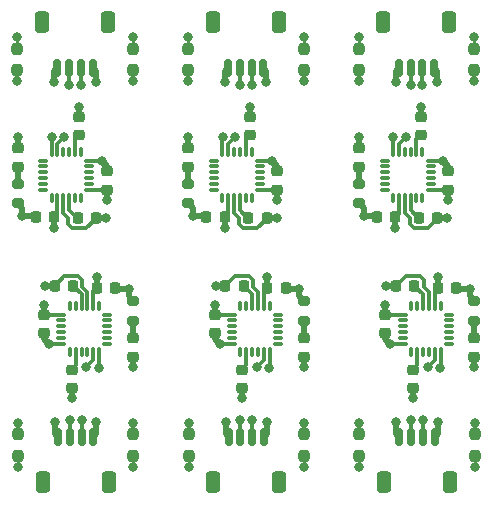
<source format=gbr>
%TF.GenerationSoftware,KiCad,Pcbnew,6.0.9-8da3e8f707~116~ubuntu20.04.1*%
%TF.CreationDate,2022-11-17T11:37:03+01:00*%
%TF.ProjectId,panel_sensor,70616e65-6c5f-4736-956e-736f722e6b69,rev?*%
%TF.SameCoordinates,Original*%
%TF.FileFunction,Copper,L1,Top*%
%TF.FilePolarity,Positive*%
%FSLAX46Y46*%
G04 Gerber Fmt 4.6, Leading zero omitted, Abs format (unit mm)*
G04 Created by KiCad (PCBNEW 6.0.9-8da3e8f707~116~ubuntu20.04.1) date 2022-11-17 11:37:03*
%MOMM*%
%LPD*%
G01*
G04 APERTURE LIST*
G04 Aperture macros list*
%AMRoundRect*
0 Rectangle with rounded corners*
0 $1 Rounding radius*
0 $2 $3 $4 $5 $6 $7 $8 $9 X,Y pos of 4 corners*
0 Add a 4 corners polygon primitive as box body*
4,1,4,$2,$3,$4,$5,$6,$7,$8,$9,$2,$3,0*
0 Add four circle primitives for the rounded corners*
1,1,$1+$1,$2,$3*
1,1,$1+$1,$4,$5*
1,1,$1+$1,$6,$7*
1,1,$1+$1,$8,$9*
0 Add four rect primitives between the rounded corners*
20,1,$1+$1,$2,$3,$4,$5,0*
20,1,$1+$1,$4,$5,$6,$7,0*
20,1,$1+$1,$6,$7,$8,$9,0*
20,1,$1+$1,$8,$9,$2,$3,0*%
G04 Aperture macros list end*
%TA.AperFunction,SMDPad,CuDef*%
%ADD10RoundRect,0.218750X0.256250X-0.218750X0.256250X0.218750X-0.256250X0.218750X-0.256250X-0.218750X0*%
%TD*%
%TA.AperFunction,SMDPad,CuDef*%
%ADD11RoundRect,0.237500X0.237500X-0.250000X0.237500X0.250000X-0.237500X0.250000X-0.237500X-0.250000X0*%
%TD*%
%TA.AperFunction,SMDPad,CuDef*%
%ADD12RoundRect,0.225000X0.225000X0.250000X-0.225000X0.250000X-0.225000X-0.250000X0.225000X-0.250000X0*%
%TD*%
%TA.AperFunction,SMDPad,CuDef*%
%ADD13RoundRect,0.218750X-0.256250X0.218750X-0.256250X-0.218750X0.256250X-0.218750X0.256250X0.218750X0*%
%TD*%
%TA.AperFunction,SMDPad,CuDef*%
%ADD14RoundRect,0.225000X-0.225000X-0.250000X0.225000X-0.250000X0.225000X0.250000X-0.225000X0.250000X0*%
%TD*%
%TA.AperFunction,SMDPad,CuDef*%
%ADD15RoundRect,0.237500X-0.237500X0.250000X-0.237500X-0.250000X0.237500X-0.250000X0.237500X0.250000X0*%
%TD*%
%TA.AperFunction,SMDPad,CuDef*%
%ADD16RoundRect,0.225000X-0.250000X0.225000X-0.250000X-0.225000X0.250000X-0.225000X0.250000X0.225000X0*%
%TD*%
%TA.AperFunction,SMDPad,CuDef*%
%ADD17RoundRect,0.075000X-0.350000X-0.075000X0.350000X-0.075000X0.350000X0.075000X-0.350000X0.075000X0*%
%TD*%
%TA.AperFunction,SMDPad,CuDef*%
%ADD18RoundRect,0.075000X0.075000X-0.350000X0.075000X0.350000X-0.075000X0.350000X-0.075000X-0.350000X0*%
%TD*%
%TA.AperFunction,SMDPad,CuDef*%
%ADD19RoundRect,0.150000X-0.150000X-0.625000X0.150000X-0.625000X0.150000X0.625000X-0.150000X0.625000X0*%
%TD*%
%TA.AperFunction,SMDPad,CuDef*%
%ADD20RoundRect,0.250000X-0.350000X-0.650000X0.350000X-0.650000X0.350000X0.650000X-0.350000X0.650000X0*%
%TD*%
%TA.AperFunction,SMDPad,CuDef*%
%ADD21RoundRect,0.150000X0.150000X0.625000X-0.150000X0.625000X-0.150000X-0.625000X0.150000X-0.625000X0*%
%TD*%
%TA.AperFunction,SMDPad,CuDef*%
%ADD22RoundRect,0.250000X0.350000X0.650000X-0.350000X0.650000X-0.350000X-0.650000X0.350000X-0.650000X0*%
%TD*%
%TA.AperFunction,SMDPad,CuDef*%
%ADD23RoundRect,0.200000X-0.275000X0.200000X-0.275000X-0.200000X0.275000X-0.200000X0.275000X0.200000X0*%
%TD*%
%TA.AperFunction,SMDPad,CuDef*%
%ADD24RoundRect,0.225000X0.250000X-0.225000X0.250000X0.225000X-0.250000X0.225000X-0.250000X-0.225000X0*%
%TD*%
%TA.AperFunction,SMDPad,CuDef*%
%ADD25RoundRect,0.200000X0.275000X-0.200000X0.275000X0.200000X-0.275000X0.200000X-0.275000X-0.200000X0*%
%TD*%
%TA.AperFunction,SMDPad,CuDef*%
%ADD26RoundRect,0.075000X0.350000X0.075000X-0.350000X0.075000X-0.350000X-0.075000X0.350000X-0.075000X0*%
%TD*%
%TA.AperFunction,SMDPad,CuDef*%
%ADD27RoundRect,0.075000X-0.075000X0.350000X-0.075000X-0.350000X0.075000X-0.350000X0.075000X0.350000X0*%
%TD*%
%TA.AperFunction,ViaPad*%
%ADD28C,0.800000*%
%TD*%
%TA.AperFunction,Conductor*%
%ADD29C,0.300000*%
%TD*%
%TA.AperFunction,Conductor*%
%ADD30C,0.250000*%
%TD*%
%TA.AperFunction,Conductor*%
%ADD31C,0.500000*%
%TD*%
G04 APERTURE END LIST*
D10*
%TO.P,D1,1,K*%
%TO.N,Board_1-Net-(D1-Pad1)*%
X38800000Y-28437500D03*
%TO.P,D1,2,A*%
%TO.N,Board_1-+3V3*%
X38800000Y-26862500D03*
%TD*%
D11*
%TO.P,R3,1*%
%TO.N,Board_4-+3V3*%
X38810000Y-52945000D03*
%TO.P,R3,2*%
%TO.N,Board_4-SCL*%
X38810000Y-51120000D03*
%TD*%
D12*
%TO.P,C4,1*%
%TO.N,Board_0-+3V3*%
X27411000Y-32710000D03*
%TO.P,C4,2*%
%TO.N,Board_0-GND*%
X25861000Y-32710000D03*
%TD*%
D13*
%TO.P,D1,1,K*%
%TO.N,Board_5-Net-(D1-Pad1)*%
X63000000Y-42962500D03*
%TO.P,D1,2,A*%
%TO.N,Board_5-+3V3*%
X63000000Y-44537500D03*
%TD*%
D14*
%TO.P,C4,1*%
%TO.N,Board_3-+3V3*%
X31039000Y-38690000D03*
%TO.P,C4,2*%
%TO.N,Board_3-GND*%
X32589000Y-38690000D03*
%TD*%
D15*
%TO.P,R3,1*%
%TO.N,Board_1-+3V3*%
X48540000Y-18455000D03*
%TO.P,R3,2*%
%TO.N,Board_1-SCL*%
X48540000Y-20280000D03*
%TD*%
D12*
%TO.P,C4,1*%
%TO.N,Board_2-+3V3*%
X56311000Y-32710000D03*
%TO.P,C4,2*%
%TO.N,Board_2-GND*%
X54761000Y-32710000D03*
%TD*%
%TO.P,C1,1*%
%TO.N,Board_3-Net-(C1-Pad1)*%
X29020000Y-38566000D03*
%TO.P,C1,2*%
%TO.N,Board_3-GND*%
X27470000Y-38566000D03*
%TD*%
D11*
%TO.P,R2,1*%
%TO.N,Board_3-+3V3*%
X34140000Y-52945000D03*
%TO.P,R2,2*%
%TO.N,Board_3-SDA*%
X34140000Y-51120000D03*
%TD*%
D16*
%TO.P,C3,1*%
%TO.N,Board_4-Net-(C3-Pad1)*%
X43350000Y-45625000D03*
%TO.P,C3,2*%
%TO.N,Board_4-GND*%
X43350000Y-47175000D03*
%TD*%
D17*
%TO.P,U1,1,CLKIN*%
%TO.N,Board_1-unconnected-(U1-Pad1)*%
X40956000Y-27930000D03*
%TO.P,U1,2*%
%TO.N,N/C*%
X40956000Y-28430000D03*
%TO.P,U1,3*%
X40956000Y-28930000D03*
%TO.P,U1,4*%
X40956000Y-29430000D03*
%TO.P,U1,5*%
X40956000Y-29930000D03*
%TO.P,U1,6,AUX_SDA*%
%TO.N,Board_1-unconnected-(U1-Pad6)*%
X40956000Y-30430000D03*
D18*
%TO.P,U1,7,AUX_SCL*%
%TO.N,Board_1-unconnected-(U1-Pad7)*%
X41656000Y-31130000D03*
%TO.P,U1,8,VDDIO*%
%TO.N,Board_1-+3V3*%
X42156000Y-31130000D03*
%TO.P,U1,9,AD0*%
%TO.N,Board_1-GND*%
X42656000Y-31130000D03*
%TO.P,U1,10,REGOUT*%
%TO.N,Board_1-Net-(C1-Pad1)*%
X43156000Y-31130000D03*
%TO.P,U1,11,FSYNC*%
%TO.N,Board_1-unconnected-(U1-Pad11)*%
X43656000Y-31130000D03*
%TO.P,U1,12,INT*%
%TO.N,Board_1-unconnected-(U1-Pad12)*%
X44156000Y-31130000D03*
D17*
%TO.P,U1,13,VDD*%
%TO.N,Board_1-+3V3*%
X44856000Y-30430000D03*
%TO.P,U1,14*%
%TO.N,N/C*%
X44856000Y-29930000D03*
%TO.P,U1,15*%
X44856000Y-29430000D03*
%TO.P,U1,16*%
X44856000Y-28930000D03*
%TO.P,U1,17*%
X44856000Y-28430000D03*
%TO.P,U1,18,GND*%
%TO.N,Board_1-GND*%
X44856000Y-27930000D03*
D18*
%TO.P,U1,19*%
%TO.N,N/C*%
X44156000Y-27230000D03*
%TO.P,U1,20,CPOUT*%
%TO.N,Board_1-Net-(C3-Pad1)*%
X43656000Y-27230000D03*
%TO.P,U1,21*%
%TO.N,N/C*%
X43156000Y-27230000D03*
%TO.P,U1,22*%
X42656000Y-27230000D03*
%TO.P,U1,23,SCL*%
%TO.N,Board_1-SCL*%
X42156000Y-27230000D03*
%TO.P,U1,24,SDA*%
%TO.N,Board_1-SDA*%
X41656000Y-27230000D03*
%TD*%
D17*
%TO.P,U1,1,CLKIN*%
%TO.N,Board_2-unconnected-(U1-Pad1)*%
X55406000Y-27930000D03*
%TO.P,U1,2*%
%TO.N,N/C*%
X55406000Y-28430000D03*
%TO.P,U1,3*%
X55406000Y-28930000D03*
%TO.P,U1,4*%
X55406000Y-29430000D03*
%TO.P,U1,5*%
X55406000Y-29930000D03*
%TO.P,U1,6,AUX_SDA*%
%TO.N,Board_2-unconnected-(U1-Pad6)*%
X55406000Y-30430000D03*
D18*
%TO.P,U1,7,AUX_SCL*%
%TO.N,Board_2-unconnected-(U1-Pad7)*%
X56106000Y-31130000D03*
%TO.P,U1,8,VDDIO*%
%TO.N,Board_2-+3V3*%
X56606000Y-31130000D03*
%TO.P,U1,9,AD0*%
%TO.N,Board_2-GND*%
X57106000Y-31130000D03*
%TO.P,U1,10,REGOUT*%
%TO.N,Board_2-Net-(C1-Pad1)*%
X57606000Y-31130000D03*
%TO.P,U1,11,FSYNC*%
%TO.N,Board_2-unconnected-(U1-Pad11)*%
X58106000Y-31130000D03*
%TO.P,U1,12,INT*%
%TO.N,Board_2-unconnected-(U1-Pad12)*%
X58606000Y-31130000D03*
D17*
%TO.P,U1,13,VDD*%
%TO.N,Board_2-+3V3*%
X59306000Y-30430000D03*
%TO.P,U1,14*%
%TO.N,N/C*%
X59306000Y-29930000D03*
%TO.P,U1,15*%
X59306000Y-29430000D03*
%TO.P,U1,16*%
X59306000Y-28930000D03*
%TO.P,U1,17*%
X59306000Y-28430000D03*
%TO.P,U1,18,GND*%
%TO.N,Board_2-GND*%
X59306000Y-27930000D03*
D18*
%TO.P,U1,19*%
%TO.N,N/C*%
X58606000Y-27230000D03*
%TO.P,U1,20,CPOUT*%
%TO.N,Board_2-Net-(C3-Pad1)*%
X58106000Y-27230000D03*
%TO.P,U1,21*%
%TO.N,N/C*%
X57606000Y-27230000D03*
%TO.P,U1,22*%
X57106000Y-27230000D03*
%TO.P,U1,23,SCL*%
%TO.N,Board_2-SCL*%
X56606000Y-27230000D03*
%TO.P,U1,24,SDA*%
%TO.N,Board_2-SDA*%
X56106000Y-27230000D03*
%TD*%
D11*
%TO.P,R2,1*%
%TO.N,Board_5-+3V3*%
X63040000Y-52945000D03*
%TO.P,R2,2*%
%TO.N,Board_5-SDA*%
X63040000Y-51120000D03*
%TD*%
D19*
%TO.P,J1,1,1*%
%TO.N,Board_5-GND*%
X56650000Y-51300000D03*
%TO.P,J1,2,2*%
%TO.N,Board_5-SCL*%
X57650000Y-51300000D03*
%TO.P,J1,3,3*%
%TO.N,Board_5-SDA*%
X58650000Y-51300000D03*
%TO.P,J1,4,4*%
%TO.N,Board_5-+3V3*%
X59650000Y-51300000D03*
D20*
%TO.P,J1,MP*%
%TO.N,N/C*%
X55350000Y-55175000D03*
X60950000Y-55175000D03*
%TD*%
D21*
%TO.P,J1,1,1*%
%TO.N,Board_2-GND*%
X59600000Y-20100000D03*
%TO.P,J1,2,2*%
%TO.N,Board_2-SCL*%
X58600000Y-20100000D03*
%TO.P,J1,3,3*%
%TO.N,Board_2-SDA*%
X57600000Y-20100000D03*
%TO.P,J1,4,4*%
%TO.N,Board_2-+3V3*%
X56600000Y-20100000D03*
D22*
%TO.P,J1,MP*%
%TO.N,N/C*%
X60900000Y-16225000D03*
X55300000Y-16225000D03*
%TD*%
D16*
%TO.P,C2,1*%
%TO.N,Board_3-+3V3*%
X26575000Y-41000000D03*
%TO.P,C2,2*%
%TO.N,Board_3-GND*%
X26575000Y-42550000D03*
%TD*%
D23*
%TO.P,R1,1*%
%TO.N,Board_5-GND*%
X63000000Y-39850000D03*
%TO.P,R1,2*%
%TO.N,Board_5-Net-(D1-Pad1)*%
X63000000Y-41500000D03*
%TD*%
D19*
%TO.P,J1,1,1*%
%TO.N,Board_4-GND*%
X42200000Y-51300000D03*
%TO.P,J1,2,2*%
%TO.N,Board_4-SCL*%
X43200000Y-51300000D03*
%TO.P,J1,3,3*%
%TO.N,Board_4-SDA*%
X44200000Y-51300000D03*
%TO.P,J1,4,4*%
%TO.N,Board_4-+3V3*%
X45200000Y-51300000D03*
D20*
%TO.P,J1,MP*%
%TO.N,N/C*%
X40900000Y-55175000D03*
X46500000Y-55175000D03*
%TD*%
D19*
%TO.P,J1,1,1*%
%TO.N,Board_3-GND*%
X27750000Y-51300000D03*
%TO.P,J1,2,2*%
%TO.N,Board_3-SCL*%
X28750000Y-51300000D03*
%TO.P,J1,3,3*%
%TO.N,Board_3-SDA*%
X29750000Y-51300000D03*
%TO.P,J1,4,4*%
%TO.N,Board_3-+3V3*%
X30750000Y-51300000D03*
D20*
%TO.P,J1,MP*%
%TO.N,N/C*%
X32050000Y-55175000D03*
X26450000Y-55175000D03*
%TD*%
D17*
%TO.P,U1,1,CLKIN*%
%TO.N,Board_0-unconnected-(U1-Pad1)*%
X26506000Y-27930000D03*
%TO.P,U1,2*%
%TO.N,N/C*%
X26506000Y-28430000D03*
%TO.P,U1,3*%
X26506000Y-28930000D03*
%TO.P,U1,4*%
X26506000Y-29430000D03*
%TO.P,U1,5*%
X26506000Y-29930000D03*
%TO.P,U1,6,AUX_SDA*%
%TO.N,Board_0-unconnected-(U1-Pad6)*%
X26506000Y-30430000D03*
D18*
%TO.P,U1,7,AUX_SCL*%
%TO.N,Board_0-unconnected-(U1-Pad7)*%
X27206000Y-31130000D03*
%TO.P,U1,8,VDDIO*%
%TO.N,Board_0-+3V3*%
X27706000Y-31130000D03*
%TO.P,U1,9,AD0*%
%TO.N,Board_0-GND*%
X28206000Y-31130000D03*
%TO.P,U1,10,REGOUT*%
%TO.N,Board_0-Net-(C1-Pad1)*%
X28706000Y-31130000D03*
%TO.P,U1,11,FSYNC*%
%TO.N,Board_0-unconnected-(U1-Pad11)*%
X29206000Y-31130000D03*
%TO.P,U1,12,INT*%
%TO.N,Board_0-unconnected-(U1-Pad12)*%
X29706000Y-31130000D03*
D17*
%TO.P,U1,13,VDD*%
%TO.N,Board_0-+3V3*%
X30406000Y-30430000D03*
%TO.P,U1,14*%
%TO.N,N/C*%
X30406000Y-29930000D03*
%TO.P,U1,15*%
X30406000Y-29430000D03*
%TO.P,U1,16*%
X30406000Y-28930000D03*
%TO.P,U1,17*%
X30406000Y-28430000D03*
%TO.P,U1,18,GND*%
%TO.N,Board_0-GND*%
X30406000Y-27930000D03*
D18*
%TO.P,U1,19*%
%TO.N,N/C*%
X29706000Y-27230000D03*
%TO.P,U1,20,CPOUT*%
%TO.N,Board_0-Net-(C3-Pad1)*%
X29206000Y-27230000D03*
%TO.P,U1,21*%
%TO.N,N/C*%
X28706000Y-27230000D03*
%TO.P,U1,22*%
X28206000Y-27230000D03*
%TO.P,U1,23,SCL*%
%TO.N,Board_0-SCL*%
X27706000Y-27230000D03*
%TO.P,U1,24,SDA*%
%TO.N,Board_0-SDA*%
X27206000Y-27230000D03*
%TD*%
D23*
%TO.P,R1,1*%
%TO.N,Board_3-GND*%
X34100000Y-39850000D03*
%TO.P,R1,2*%
%TO.N,Board_3-Net-(D1-Pad1)*%
X34100000Y-41500000D03*
%TD*%
D15*
%TO.P,R3,1*%
%TO.N,Board_0-+3V3*%
X34090000Y-18455000D03*
%TO.P,R3,2*%
%TO.N,Board_0-SCL*%
X34090000Y-20280000D03*
%TD*%
D24*
%TO.P,C2,1*%
%TO.N,Board_1-+3V3*%
X46325000Y-30400000D03*
%TO.P,C2,2*%
%TO.N,Board_1-GND*%
X46325000Y-28850000D03*
%TD*%
D15*
%TO.P,R2,1*%
%TO.N,Board_0-+3V3*%
X24310000Y-18455000D03*
%TO.P,R2,2*%
%TO.N,Board_0-SDA*%
X24310000Y-20280000D03*
%TD*%
D24*
%TO.P,C3,1*%
%TO.N,Board_2-Net-(C3-Pad1)*%
X58450000Y-25775000D03*
%TO.P,C3,2*%
%TO.N,Board_2-GND*%
X58450000Y-24225000D03*
%TD*%
D25*
%TO.P,R1,1*%
%TO.N,Board_1-GND*%
X38800000Y-31550000D03*
%TO.P,R1,2*%
%TO.N,Board_1-Net-(D1-Pad1)*%
X38800000Y-29900000D03*
%TD*%
D26*
%TO.P,U1,1,CLKIN*%
%TO.N,Board_4-unconnected-(U1-Pad1)*%
X46394000Y-43470000D03*
%TO.P,U1,2*%
%TO.N,N/C*%
X46394000Y-42970000D03*
%TO.P,U1,3*%
X46394000Y-42470000D03*
%TO.P,U1,4*%
X46394000Y-41970000D03*
%TO.P,U1,5*%
X46394000Y-41470000D03*
%TO.P,U1,6,AUX_SDA*%
%TO.N,Board_4-unconnected-(U1-Pad6)*%
X46394000Y-40970000D03*
D27*
%TO.P,U1,7,AUX_SCL*%
%TO.N,Board_4-unconnected-(U1-Pad7)*%
X45694000Y-40270000D03*
%TO.P,U1,8,VDDIO*%
%TO.N,Board_4-+3V3*%
X45194000Y-40270000D03*
%TO.P,U1,9,AD0*%
%TO.N,Board_4-GND*%
X44694000Y-40270000D03*
%TO.P,U1,10,REGOUT*%
%TO.N,Board_4-Net-(C1-Pad1)*%
X44194000Y-40270000D03*
%TO.P,U1,11,FSYNC*%
%TO.N,Board_4-unconnected-(U1-Pad11)*%
X43694000Y-40270000D03*
%TO.P,U1,12,INT*%
%TO.N,Board_4-unconnected-(U1-Pad12)*%
X43194000Y-40270000D03*
D26*
%TO.P,U1,13,VDD*%
%TO.N,Board_4-+3V3*%
X42494000Y-40970000D03*
%TO.P,U1,14*%
%TO.N,N/C*%
X42494000Y-41470000D03*
%TO.P,U1,15*%
X42494000Y-41970000D03*
%TO.P,U1,16*%
X42494000Y-42470000D03*
%TO.P,U1,17*%
X42494000Y-42970000D03*
%TO.P,U1,18,GND*%
%TO.N,Board_4-GND*%
X42494000Y-43470000D03*
D27*
%TO.P,U1,19*%
%TO.N,N/C*%
X43194000Y-44170000D03*
%TO.P,U1,20,CPOUT*%
%TO.N,Board_4-Net-(C3-Pad1)*%
X43694000Y-44170000D03*
%TO.P,U1,21*%
%TO.N,N/C*%
X44194000Y-44170000D03*
%TO.P,U1,22*%
X44694000Y-44170000D03*
%TO.P,U1,23,SCL*%
%TO.N,Board_4-SCL*%
X45194000Y-44170000D03*
%TO.P,U1,24,SDA*%
%TO.N,Board_4-SDA*%
X45694000Y-44170000D03*
%TD*%
D11*
%TO.P,R3,1*%
%TO.N,Board_5-+3V3*%
X53260000Y-52945000D03*
%TO.P,R3,2*%
%TO.N,Board_5-SCL*%
X53260000Y-51120000D03*
%TD*%
D12*
%TO.P,C1,1*%
%TO.N,Board_4-Net-(C1-Pad1)*%
X43470000Y-38566000D03*
%TO.P,C1,2*%
%TO.N,Board_4-GND*%
X41920000Y-38566000D03*
%TD*%
D15*
%TO.P,R2,1*%
%TO.N,Board_1-+3V3*%
X38760000Y-18455000D03*
%TO.P,R2,2*%
%TO.N,Board_1-SDA*%
X38760000Y-20280000D03*
%TD*%
D14*
%TO.P,C4,1*%
%TO.N,Board_4-+3V3*%
X45489000Y-38690000D03*
%TO.P,C4,2*%
%TO.N,Board_4-GND*%
X47039000Y-38690000D03*
%TD*%
D16*
%TO.P,C3,1*%
%TO.N,Board_5-Net-(C3-Pad1)*%
X57800000Y-45625000D03*
%TO.P,C3,2*%
%TO.N,Board_5-GND*%
X57800000Y-47175000D03*
%TD*%
D15*
%TO.P,R2,1*%
%TO.N,Board_2-+3V3*%
X53210000Y-18455000D03*
%TO.P,R2,2*%
%TO.N,Board_2-SDA*%
X53210000Y-20280000D03*
%TD*%
D12*
%TO.P,C1,1*%
%TO.N,Board_5-Net-(C1-Pad1)*%
X57920000Y-38566000D03*
%TO.P,C1,2*%
%TO.N,Board_5-GND*%
X56370000Y-38566000D03*
%TD*%
D13*
%TO.P,D1,1,K*%
%TO.N,Board_4-Net-(D1-Pad1)*%
X48550000Y-42962500D03*
%TO.P,D1,2,A*%
%TO.N,Board_4-+3V3*%
X48550000Y-44537500D03*
%TD*%
D23*
%TO.P,R1,1*%
%TO.N,Board_4-GND*%
X48550000Y-39850000D03*
%TO.P,R1,2*%
%TO.N,Board_4-Net-(D1-Pad1)*%
X48550000Y-41500000D03*
%TD*%
D13*
%TO.P,D1,1,K*%
%TO.N,Board_3-Net-(D1-Pad1)*%
X34100000Y-42962500D03*
%TO.P,D1,2,A*%
%TO.N,Board_3-+3V3*%
X34100000Y-44537500D03*
%TD*%
D25*
%TO.P,R1,1*%
%TO.N,Board_2-GND*%
X53250000Y-31550000D03*
%TO.P,R1,2*%
%TO.N,Board_2-Net-(D1-Pad1)*%
X53250000Y-29900000D03*
%TD*%
D16*
%TO.P,C3,1*%
%TO.N,Board_3-Net-(C3-Pad1)*%
X28900000Y-45625000D03*
%TO.P,C3,2*%
%TO.N,Board_3-GND*%
X28900000Y-47175000D03*
%TD*%
%TO.P,C2,1*%
%TO.N,Board_5-+3V3*%
X55475000Y-41000000D03*
%TO.P,C2,2*%
%TO.N,Board_5-GND*%
X55475000Y-42550000D03*
%TD*%
D21*
%TO.P,J1,1,1*%
%TO.N,Board_1-GND*%
X45150000Y-20100000D03*
%TO.P,J1,2,2*%
%TO.N,Board_1-SCL*%
X44150000Y-20100000D03*
%TO.P,J1,3,3*%
%TO.N,Board_1-SDA*%
X43150000Y-20100000D03*
%TO.P,J1,4,4*%
%TO.N,Board_1-+3V3*%
X42150000Y-20100000D03*
D22*
%TO.P,J1,MP*%
%TO.N,N/C*%
X40850000Y-16225000D03*
X46450000Y-16225000D03*
%TD*%
D16*
%TO.P,C2,1*%
%TO.N,Board_4-+3V3*%
X41025000Y-41000000D03*
%TO.P,C2,2*%
%TO.N,Board_4-GND*%
X41025000Y-42550000D03*
%TD*%
D25*
%TO.P,R1,1*%
%TO.N,Board_0-GND*%
X24350000Y-31550000D03*
%TO.P,R1,2*%
%TO.N,Board_0-Net-(D1-Pad1)*%
X24350000Y-29900000D03*
%TD*%
D14*
%TO.P,C1,1*%
%TO.N,Board_1-Net-(C1-Pad1)*%
X43880000Y-32834000D03*
%TO.P,C1,2*%
%TO.N,Board_1-GND*%
X45430000Y-32834000D03*
%TD*%
D15*
%TO.P,R3,1*%
%TO.N,Board_2-+3V3*%
X62990000Y-18455000D03*
%TO.P,R3,2*%
%TO.N,Board_2-SCL*%
X62990000Y-20280000D03*
%TD*%
D14*
%TO.P,C1,1*%
%TO.N,Board_0-Net-(C1-Pad1)*%
X29430000Y-32834000D03*
%TO.P,C1,2*%
%TO.N,Board_0-GND*%
X30980000Y-32834000D03*
%TD*%
D24*
%TO.P,C2,1*%
%TO.N,Board_0-+3V3*%
X31875000Y-30400000D03*
%TO.P,C2,2*%
%TO.N,Board_0-GND*%
X31875000Y-28850000D03*
%TD*%
%TO.P,C2,1*%
%TO.N,Board_2-+3V3*%
X60775000Y-30400000D03*
%TO.P,C2,2*%
%TO.N,Board_2-GND*%
X60775000Y-28850000D03*
%TD*%
D11*
%TO.P,R3,1*%
%TO.N,Board_3-+3V3*%
X24360000Y-52945000D03*
%TO.P,R3,2*%
%TO.N,Board_3-SCL*%
X24360000Y-51120000D03*
%TD*%
D12*
%TO.P,C4,1*%
%TO.N,Board_1-+3V3*%
X41861000Y-32710000D03*
%TO.P,C4,2*%
%TO.N,Board_1-GND*%
X40311000Y-32710000D03*
%TD*%
D10*
%TO.P,D1,1,K*%
%TO.N,Board_0-Net-(D1-Pad1)*%
X24350000Y-28437500D03*
%TO.P,D1,2,A*%
%TO.N,Board_0-+3V3*%
X24350000Y-26862500D03*
%TD*%
D24*
%TO.P,C3,1*%
%TO.N,Board_1-Net-(C3-Pad1)*%
X44000000Y-25775000D03*
%TO.P,C3,2*%
%TO.N,Board_1-GND*%
X44000000Y-24225000D03*
%TD*%
D26*
%TO.P,U1,1,CLKIN*%
%TO.N,Board_3-unconnected-(U1-Pad1)*%
X31944000Y-43470000D03*
%TO.P,U1,2*%
%TO.N,N/C*%
X31944000Y-42970000D03*
%TO.P,U1,3*%
X31944000Y-42470000D03*
%TO.P,U1,4*%
X31944000Y-41970000D03*
%TO.P,U1,5*%
X31944000Y-41470000D03*
%TO.P,U1,6,AUX_SDA*%
%TO.N,Board_3-unconnected-(U1-Pad6)*%
X31944000Y-40970000D03*
D27*
%TO.P,U1,7,AUX_SCL*%
%TO.N,Board_3-unconnected-(U1-Pad7)*%
X31244000Y-40270000D03*
%TO.P,U1,8,VDDIO*%
%TO.N,Board_3-+3V3*%
X30744000Y-40270000D03*
%TO.P,U1,9,AD0*%
%TO.N,Board_3-GND*%
X30244000Y-40270000D03*
%TO.P,U1,10,REGOUT*%
%TO.N,Board_3-Net-(C1-Pad1)*%
X29744000Y-40270000D03*
%TO.P,U1,11,FSYNC*%
%TO.N,Board_3-unconnected-(U1-Pad11)*%
X29244000Y-40270000D03*
%TO.P,U1,12,INT*%
%TO.N,Board_3-unconnected-(U1-Pad12)*%
X28744000Y-40270000D03*
D26*
%TO.P,U1,13,VDD*%
%TO.N,Board_3-+3V3*%
X28044000Y-40970000D03*
%TO.P,U1,14*%
%TO.N,N/C*%
X28044000Y-41470000D03*
%TO.P,U1,15*%
X28044000Y-41970000D03*
%TO.P,U1,16*%
X28044000Y-42470000D03*
%TO.P,U1,17*%
X28044000Y-42970000D03*
%TO.P,U1,18,GND*%
%TO.N,Board_3-GND*%
X28044000Y-43470000D03*
D27*
%TO.P,U1,19*%
%TO.N,N/C*%
X28744000Y-44170000D03*
%TO.P,U1,20,CPOUT*%
%TO.N,Board_3-Net-(C3-Pad1)*%
X29244000Y-44170000D03*
%TO.P,U1,21*%
%TO.N,N/C*%
X29744000Y-44170000D03*
%TO.P,U1,22*%
X30244000Y-44170000D03*
%TO.P,U1,23,SCL*%
%TO.N,Board_3-SCL*%
X30744000Y-44170000D03*
%TO.P,U1,24,SDA*%
%TO.N,Board_3-SDA*%
X31244000Y-44170000D03*
%TD*%
D26*
%TO.P,U1,1,CLKIN*%
%TO.N,Board_5-unconnected-(U1-Pad1)*%
X60844000Y-43470000D03*
%TO.P,U1,2*%
%TO.N,N/C*%
X60844000Y-42970000D03*
%TO.P,U1,3*%
X60844000Y-42470000D03*
%TO.P,U1,4*%
X60844000Y-41970000D03*
%TO.P,U1,5*%
X60844000Y-41470000D03*
%TO.P,U1,6,AUX_SDA*%
%TO.N,Board_5-unconnected-(U1-Pad6)*%
X60844000Y-40970000D03*
D27*
%TO.P,U1,7,AUX_SCL*%
%TO.N,Board_5-unconnected-(U1-Pad7)*%
X60144000Y-40270000D03*
%TO.P,U1,8,VDDIO*%
%TO.N,Board_5-+3V3*%
X59644000Y-40270000D03*
%TO.P,U1,9,AD0*%
%TO.N,Board_5-GND*%
X59144000Y-40270000D03*
%TO.P,U1,10,REGOUT*%
%TO.N,Board_5-Net-(C1-Pad1)*%
X58644000Y-40270000D03*
%TO.P,U1,11,FSYNC*%
%TO.N,Board_5-unconnected-(U1-Pad11)*%
X58144000Y-40270000D03*
%TO.P,U1,12,INT*%
%TO.N,Board_5-unconnected-(U1-Pad12)*%
X57644000Y-40270000D03*
D26*
%TO.P,U1,13,VDD*%
%TO.N,Board_5-+3V3*%
X56944000Y-40970000D03*
%TO.P,U1,14*%
%TO.N,N/C*%
X56944000Y-41470000D03*
%TO.P,U1,15*%
X56944000Y-41970000D03*
%TO.P,U1,16*%
X56944000Y-42470000D03*
%TO.P,U1,17*%
X56944000Y-42970000D03*
%TO.P,U1,18,GND*%
%TO.N,Board_5-GND*%
X56944000Y-43470000D03*
D27*
%TO.P,U1,19*%
%TO.N,N/C*%
X57644000Y-44170000D03*
%TO.P,U1,20,CPOUT*%
%TO.N,Board_5-Net-(C3-Pad1)*%
X58144000Y-44170000D03*
%TO.P,U1,21*%
%TO.N,N/C*%
X58644000Y-44170000D03*
%TO.P,U1,22*%
X59144000Y-44170000D03*
%TO.P,U1,23,SCL*%
%TO.N,Board_5-SCL*%
X59644000Y-44170000D03*
%TO.P,U1,24,SDA*%
%TO.N,Board_5-SDA*%
X60144000Y-44170000D03*
%TD*%
D10*
%TO.P,D1,1,K*%
%TO.N,Board_2-Net-(D1-Pad1)*%
X53250000Y-28437500D03*
%TO.P,D1,2,A*%
%TO.N,Board_2-+3V3*%
X53250000Y-26862500D03*
%TD*%
D14*
%TO.P,C1,1*%
%TO.N,Board_2-Net-(C1-Pad1)*%
X58330000Y-32834000D03*
%TO.P,C1,2*%
%TO.N,Board_2-GND*%
X59880000Y-32834000D03*
%TD*%
D11*
%TO.P,R2,1*%
%TO.N,Board_4-+3V3*%
X48590000Y-52945000D03*
%TO.P,R2,2*%
%TO.N,Board_4-SDA*%
X48590000Y-51120000D03*
%TD*%
D14*
%TO.P,C4,1*%
%TO.N,Board_5-+3V3*%
X59939000Y-38690000D03*
%TO.P,C4,2*%
%TO.N,Board_5-GND*%
X61489000Y-38690000D03*
%TD*%
D24*
%TO.P,C3,1*%
%TO.N,Board_0-Net-(C3-Pad1)*%
X29550000Y-25775000D03*
%TO.P,C3,2*%
%TO.N,Board_0-GND*%
X29550000Y-24225000D03*
%TD*%
D21*
%TO.P,J1,1,1*%
%TO.N,Board_0-GND*%
X30700000Y-20100000D03*
%TO.P,J1,2,2*%
%TO.N,Board_0-SCL*%
X29700000Y-20100000D03*
%TO.P,J1,3,3*%
%TO.N,Board_0-SDA*%
X28700000Y-20100000D03*
%TO.P,J1,4,4*%
%TO.N,Board_0-+3V3*%
X27700000Y-20100000D03*
D22*
%TO.P,J1,MP*%
%TO.N,N/C*%
X32000000Y-16225000D03*
X26400000Y-16225000D03*
%TD*%
D28*
%TO.N,Board_0-+3V3*%
X24340000Y-25960000D03*
X27450000Y-21310000D03*
X27410000Y-33600000D03*
X34090000Y-17510000D03*
X24310000Y-17500000D03*
X31875000Y-31275000D03*
%TO.N,Board_0-GND*%
X24725000Y-32625000D03*
X31804000Y-32824000D03*
X31450000Y-27930000D03*
X29550000Y-23400000D03*
X30950000Y-21300000D03*
%TO.N,Board_0-SCL*%
X34090000Y-21230000D03*
X29700000Y-21500000D03*
X28300000Y-25950000D03*
%TO.N,Board_0-SDA*%
X28700000Y-21500000D03*
X24310000Y-21230000D03*
X27244696Y-25945350D03*
%TO.N,Board_1-+3V3*%
X38790000Y-25960000D03*
X41900000Y-21310000D03*
X41860000Y-33600000D03*
X48540000Y-17510000D03*
X38760000Y-17500000D03*
X46325000Y-31275000D03*
%TO.N,Board_1-GND*%
X39175000Y-32625000D03*
X46254000Y-32824000D03*
X45900000Y-27930000D03*
X44000000Y-23400000D03*
X45400000Y-21300000D03*
%TO.N,Board_1-SCL*%
X48540000Y-21230000D03*
X44150000Y-21500000D03*
X42750000Y-25950000D03*
%TO.N,Board_1-SDA*%
X43150000Y-21500000D03*
X38760000Y-21230000D03*
X41694696Y-25945350D03*
%TO.N,Board_2-+3V3*%
X53240000Y-25960000D03*
X56350000Y-21310000D03*
X56310000Y-33600000D03*
X62990000Y-17510000D03*
X53210000Y-17500000D03*
X60775000Y-31275000D03*
%TO.N,Board_2-GND*%
X53625000Y-32625000D03*
X60704000Y-32824000D03*
X60350000Y-27930000D03*
X58450000Y-23400000D03*
X59850000Y-21300000D03*
%TO.N,Board_2-SCL*%
X62990000Y-21230000D03*
X58600000Y-21500000D03*
X57200000Y-25950000D03*
%TO.N,Board_2-SDA*%
X57600000Y-21500000D03*
X53210000Y-21230000D03*
X56144696Y-25945350D03*
%TO.N,Board_3-+3V3*%
X34110000Y-45440000D03*
X31000000Y-50090000D03*
X31040000Y-37800000D03*
X24360000Y-53890000D03*
X34140000Y-53900000D03*
X26575000Y-40125000D03*
%TO.N,Board_3-GND*%
X33725000Y-38775000D03*
X26646000Y-38576000D03*
X27000000Y-43470000D03*
X28900000Y-48000000D03*
X27500000Y-50100000D03*
%TO.N,Board_3-SCL*%
X24360000Y-50170000D03*
X28750000Y-49900000D03*
X30150000Y-45450000D03*
%TO.N,Board_3-SDA*%
X29750000Y-49900000D03*
X34140000Y-50170000D03*
X31205304Y-45454650D03*
%TO.N,Board_4-+3V3*%
X48560000Y-45440000D03*
X45450000Y-50090000D03*
X45490000Y-37800000D03*
X38810000Y-53890000D03*
X48590000Y-53900000D03*
X41025000Y-40125000D03*
%TO.N,Board_4-GND*%
X48175000Y-38775000D03*
X41096000Y-38576000D03*
X41450000Y-43470000D03*
X43350000Y-48000000D03*
X41950000Y-50100000D03*
%TO.N,Board_4-SCL*%
X38810000Y-50170000D03*
X43200000Y-49900000D03*
X44600000Y-45450000D03*
%TO.N,Board_4-SDA*%
X44200000Y-49900000D03*
X48590000Y-50170000D03*
X45655304Y-45454650D03*
%TO.N,Board_5-+3V3*%
X63010000Y-45440000D03*
X59900000Y-50090000D03*
X59940000Y-37800000D03*
X53260000Y-53890000D03*
X63040000Y-53900000D03*
X55475000Y-40125000D03*
%TO.N,Board_5-GND*%
X62625000Y-38775000D03*
X55546000Y-38576000D03*
X55900000Y-43470000D03*
X57800000Y-48000000D03*
X56400000Y-50100000D03*
%TO.N,Board_5-SCL*%
X53260000Y-50170000D03*
X57650000Y-49900000D03*
X59050000Y-45450000D03*
%TO.N,Board_5-SDA*%
X58650000Y-49900000D03*
X63040000Y-50170000D03*
X60105304Y-45454650D03*
%TD*%
D29*
%TO.N,Board_0-+3V3*%
X30406000Y-30430000D02*
X31845000Y-30430000D01*
D30*
X34090000Y-18455000D02*
X34090000Y-17570000D01*
D29*
X27411000Y-32710000D02*
X27706000Y-32415000D01*
X31845000Y-30430000D02*
X31875000Y-30400000D01*
X27706000Y-32415000D02*
X27706000Y-31125000D01*
D31*
X27450000Y-20350000D02*
X27700000Y-20100000D01*
X31875000Y-31275000D02*
X31875000Y-30425000D01*
X27450000Y-21300000D02*
X27450000Y-20350000D01*
X24340000Y-25960000D02*
X24340000Y-26870000D01*
X27410000Y-33600000D02*
X27410000Y-32625000D01*
D29*
X27591000Y-32494000D02*
X27385000Y-32700000D01*
D30*
X24310000Y-18455000D02*
X24310000Y-17510000D01*
D31*
X31875000Y-30425000D02*
X31850000Y-30400000D01*
%TO.N,Board_0-GND*%
X25750000Y-32625000D02*
X25850000Y-32725000D01*
X24725000Y-32625000D02*
X25750000Y-32625000D01*
X31875000Y-28850000D02*
X31875000Y-28375000D01*
X31875000Y-28375000D02*
X31450000Y-27950000D01*
X24725000Y-31975000D02*
X24325000Y-31575000D01*
D29*
X28630000Y-33322173D02*
X28966827Y-33659000D01*
D31*
X30950000Y-20350000D02*
X30700000Y-20100000D01*
D29*
X28966827Y-33659000D02*
X30166000Y-33659000D01*
D31*
X29550000Y-23350000D02*
X29550000Y-24200000D01*
D29*
X28206000Y-32376000D02*
X28630000Y-32800000D01*
X28206000Y-31130000D02*
X28206000Y-32376000D01*
X28630000Y-32800000D02*
X28630000Y-33322173D01*
D31*
X31804000Y-32824000D02*
X30979000Y-32824000D01*
X30950000Y-21300000D02*
X30950000Y-20350000D01*
D29*
X31250000Y-27930000D02*
X30400000Y-27930000D01*
D31*
X24725000Y-32625000D02*
X24725000Y-31975000D01*
D29*
X30166000Y-33659000D02*
X30975000Y-32850000D01*
%TO.N,Board_0-Net-(C1-Pad1)*%
X28706000Y-31130000D02*
X28706000Y-32131000D01*
X28706000Y-32131000D02*
X29425000Y-32850000D01*
%TO.N,Board_0-Net-(C3-Pad1)*%
X29550000Y-25775000D02*
X29206000Y-26119000D01*
X29206000Y-26119000D02*
X29206000Y-27250000D01*
D31*
%TO.N,Board_0-Net-(D1-Pad1)*%
X24350000Y-29900000D02*
X24350000Y-28450000D01*
D29*
%TO.N,Board_0-SCL*%
X27706000Y-26594000D02*
X27706000Y-26544000D01*
X29700000Y-21500000D02*
X29700000Y-20150000D01*
X27706000Y-27230000D02*
X27706000Y-26594000D01*
X27706000Y-26544000D02*
X28300000Y-25950000D01*
X34090000Y-21230000D02*
X34090000Y-20280000D01*
%TO.N,Board_0-SDA*%
X27244696Y-26055304D02*
X27244696Y-25945350D01*
X27206000Y-26094000D02*
X27244696Y-26055304D01*
X28700000Y-21500000D02*
X28700000Y-20100000D01*
X27206000Y-27230000D02*
X27206000Y-26094000D01*
X24310000Y-21220000D02*
X24310000Y-20280000D01*
%TO.N,Board_1-+3V3*%
X44856000Y-30430000D02*
X46295000Y-30430000D01*
D30*
X48540000Y-18455000D02*
X48540000Y-17570000D01*
D29*
X41861000Y-32710000D02*
X42156000Y-32415000D01*
X46295000Y-30430000D02*
X46325000Y-30400000D01*
X42156000Y-32415000D02*
X42156000Y-31125000D01*
D31*
X41900000Y-20350000D02*
X42150000Y-20100000D01*
X46325000Y-31275000D02*
X46325000Y-30425000D01*
X41900000Y-21300000D02*
X41900000Y-20350000D01*
X38790000Y-25960000D02*
X38790000Y-26870000D01*
X41860000Y-33600000D02*
X41860000Y-32625000D01*
D29*
X42041000Y-32494000D02*
X41835000Y-32700000D01*
D30*
X38760000Y-18455000D02*
X38760000Y-17510000D01*
D31*
X46325000Y-30425000D02*
X46300000Y-30400000D01*
%TO.N,Board_1-GND*%
X40200000Y-32625000D02*
X40300000Y-32725000D01*
X39175000Y-32625000D02*
X40200000Y-32625000D01*
X46325000Y-28850000D02*
X46325000Y-28375000D01*
X46325000Y-28375000D02*
X45900000Y-27950000D01*
X39175000Y-31975000D02*
X38775000Y-31575000D01*
D29*
X43080000Y-33322173D02*
X43416827Y-33659000D01*
D31*
X45400000Y-20350000D02*
X45150000Y-20100000D01*
D29*
X43416827Y-33659000D02*
X44616000Y-33659000D01*
D31*
X44000000Y-23350000D02*
X44000000Y-24200000D01*
D29*
X42656000Y-32376000D02*
X43080000Y-32800000D01*
X42656000Y-31130000D02*
X42656000Y-32376000D01*
X43080000Y-32800000D02*
X43080000Y-33322173D01*
D31*
X46254000Y-32824000D02*
X45429000Y-32824000D01*
X45400000Y-21300000D02*
X45400000Y-20350000D01*
D29*
X45700000Y-27930000D02*
X44850000Y-27930000D01*
D31*
X39175000Y-32625000D02*
X39175000Y-31975000D01*
D29*
X44616000Y-33659000D02*
X45425000Y-32850000D01*
%TO.N,Board_1-Net-(C1-Pad1)*%
X43156000Y-31130000D02*
X43156000Y-32131000D01*
X43156000Y-32131000D02*
X43875000Y-32850000D01*
%TO.N,Board_1-Net-(C3-Pad1)*%
X44000000Y-25775000D02*
X43656000Y-26119000D01*
X43656000Y-26119000D02*
X43656000Y-27250000D01*
D31*
%TO.N,Board_1-Net-(D1-Pad1)*%
X38800000Y-29900000D02*
X38800000Y-28450000D01*
D29*
%TO.N,Board_1-SCL*%
X42156000Y-26594000D02*
X42156000Y-26544000D01*
X44150000Y-21500000D02*
X44150000Y-20150000D01*
X42156000Y-27230000D02*
X42156000Y-26594000D01*
X42156000Y-26544000D02*
X42750000Y-25950000D01*
X48540000Y-21230000D02*
X48540000Y-20280000D01*
%TO.N,Board_1-SDA*%
X41694696Y-26055304D02*
X41694696Y-25945350D01*
X41656000Y-26094000D02*
X41694696Y-26055304D01*
X43150000Y-21500000D02*
X43150000Y-20100000D01*
X41656000Y-27230000D02*
X41656000Y-26094000D01*
X38760000Y-21220000D02*
X38760000Y-20280000D01*
%TO.N,Board_2-+3V3*%
X59306000Y-30430000D02*
X60745000Y-30430000D01*
D30*
X62990000Y-18455000D02*
X62990000Y-17570000D01*
D29*
X56311000Y-32710000D02*
X56606000Y-32415000D01*
X60745000Y-30430000D02*
X60775000Y-30400000D01*
X56606000Y-32415000D02*
X56606000Y-31125000D01*
D31*
X56350000Y-20350000D02*
X56600000Y-20100000D01*
X60775000Y-31275000D02*
X60775000Y-30425000D01*
X56350000Y-21300000D02*
X56350000Y-20350000D01*
X53240000Y-25960000D02*
X53240000Y-26870000D01*
X56310000Y-33600000D02*
X56310000Y-32625000D01*
D29*
X56491000Y-32494000D02*
X56285000Y-32700000D01*
D30*
X53210000Y-18455000D02*
X53210000Y-17510000D01*
D31*
X60775000Y-30425000D02*
X60750000Y-30400000D01*
%TO.N,Board_2-GND*%
X54650000Y-32625000D02*
X54750000Y-32725000D01*
X53625000Y-32625000D02*
X54650000Y-32625000D01*
X60775000Y-28850000D02*
X60775000Y-28375000D01*
X60775000Y-28375000D02*
X60350000Y-27950000D01*
X53625000Y-31975000D02*
X53225000Y-31575000D01*
D29*
X57530000Y-33322173D02*
X57866827Y-33659000D01*
D31*
X59850000Y-20350000D02*
X59600000Y-20100000D01*
D29*
X57866827Y-33659000D02*
X59066000Y-33659000D01*
D31*
X58450000Y-23350000D02*
X58450000Y-24200000D01*
D29*
X57106000Y-32376000D02*
X57530000Y-32800000D01*
X57106000Y-31130000D02*
X57106000Y-32376000D01*
X57530000Y-32800000D02*
X57530000Y-33322173D01*
D31*
X60704000Y-32824000D02*
X59879000Y-32824000D01*
X59850000Y-21300000D02*
X59850000Y-20350000D01*
D29*
X60150000Y-27930000D02*
X59300000Y-27930000D01*
D31*
X53625000Y-32625000D02*
X53625000Y-31975000D01*
D29*
X59066000Y-33659000D02*
X59875000Y-32850000D01*
%TO.N,Board_2-Net-(C1-Pad1)*%
X57606000Y-31130000D02*
X57606000Y-32131000D01*
X57606000Y-32131000D02*
X58325000Y-32850000D01*
%TO.N,Board_2-Net-(C3-Pad1)*%
X58450000Y-25775000D02*
X58106000Y-26119000D01*
X58106000Y-26119000D02*
X58106000Y-27250000D01*
D31*
%TO.N,Board_2-Net-(D1-Pad1)*%
X53250000Y-29900000D02*
X53250000Y-28450000D01*
D29*
%TO.N,Board_2-SCL*%
X56606000Y-26594000D02*
X56606000Y-26544000D01*
X58600000Y-21500000D02*
X58600000Y-20150000D01*
X56606000Y-27230000D02*
X56606000Y-26594000D01*
X56606000Y-26544000D02*
X57200000Y-25950000D01*
X62990000Y-21230000D02*
X62990000Y-20280000D01*
%TO.N,Board_2-SDA*%
X56144696Y-26055304D02*
X56144696Y-25945350D01*
X56106000Y-26094000D02*
X56144696Y-26055304D01*
X57600000Y-21500000D02*
X57600000Y-20100000D01*
X56106000Y-27230000D02*
X56106000Y-26094000D01*
X53210000Y-21220000D02*
X53210000Y-20280000D01*
%TO.N,Board_3-+3V3*%
X28044000Y-40970000D02*
X26605000Y-40970000D01*
D30*
X24360000Y-52945000D02*
X24360000Y-53830000D01*
D29*
X31039000Y-38690000D02*
X30744000Y-38985000D01*
X26605000Y-40970000D02*
X26575000Y-41000000D01*
X30744000Y-38985000D02*
X30744000Y-40275000D01*
D31*
X31000000Y-51050000D02*
X30750000Y-51300000D01*
X26575000Y-40125000D02*
X26575000Y-40975000D01*
X31000000Y-50100000D02*
X31000000Y-51050000D01*
X34110000Y-45440000D02*
X34110000Y-44530000D01*
X31040000Y-37800000D02*
X31040000Y-38775000D01*
D29*
X30859000Y-38906000D02*
X31065000Y-38700000D01*
D30*
X34140000Y-52945000D02*
X34140000Y-53890000D01*
D31*
X26575000Y-40975000D02*
X26600000Y-41000000D01*
%TO.N,Board_3-GND*%
X32700000Y-38775000D02*
X32600000Y-38675000D01*
X33725000Y-38775000D02*
X32700000Y-38775000D01*
X26575000Y-42550000D02*
X26575000Y-43025000D01*
X26575000Y-43025000D02*
X27000000Y-43450000D01*
X33725000Y-39425000D02*
X34125000Y-39825000D01*
D29*
X29820000Y-38077827D02*
X29483173Y-37741000D01*
D31*
X27500000Y-51050000D02*
X27750000Y-51300000D01*
D29*
X29483173Y-37741000D02*
X28284000Y-37741000D01*
D31*
X28900000Y-48050000D02*
X28900000Y-47200000D01*
D29*
X30244000Y-39024000D02*
X29820000Y-38600000D01*
X30244000Y-40270000D02*
X30244000Y-39024000D01*
X29820000Y-38600000D02*
X29820000Y-38077827D01*
D31*
X26646000Y-38576000D02*
X27471000Y-38576000D01*
X27500000Y-50100000D02*
X27500000Y-51050000D01*
D29*
X27200000Y-43470000D02*
X28050000Y-43470000D01*
D31*
X33725000Y-38775000D02*
X33725000Y-39425000D01*
D29*
X28284000Y-37741000D02*
X27475000Y-38550000D01*
%TO.N,Board_3-Net-(C1-Pad1)*%
X29744000Y-40270000D02*
X29744000Y-39269000D01*
X29744000Y-39269000D02*
X29025000Y-38550000D01*
%TO.N,Board_3-Net-(C3-Pad1)*%
X28900000Y-45625000D02*
X29244000Y-45281000D01*
X29244000Y-45281000D02*
X29244000Y-44150000D01*
D31*
%TO.N,Board_3-Net-(D1-Pad1)*%
X34100000Y-41500000D02*
X34100000Y-42950000D01*
D29*
%TO.N,Board_3-SCL*%
X30744000Y-44806000D02*
X30744000Y-44856000D01*
X28750000Y-49900000D02*
X28750000Y-51250000D01*
X30744000Y-44170000D02*
X30744000Y-44806000D01*
X30744000Y-44856000D02*
X30150000Y-45450000D01*
X24360000Y-50170000D02*
X24360000Y-51120000D01*
%TO.N,Board_3-SDA*%
X31205304Y-45344696D02*
X31205304Y-45454650D01*
X31244000Y-45306000D02*
X31205304Y-45344696D01*
X29750000Y-49900000D02*
X29750000Y-51300000D01*
X31244000Y-44170000D02*
X31244000Y-45306000D01*
X34140000Y-50180000D02*
X34140000Y-51120000D01*
%TO.N,Board_4-+3V3*%
X42494000Y-40970000D02*
X41055000Y-40970000D01*
D30*
X38810000Y-52945000D02*
X38810000Y-53830000D01*
D29*
X45489000Y-38690000D02*
X45194000Y-38985000D01*
X41055000Y-40970000D02*
X41025000Y-41000000D01*
X45194000Y-38985000D02*
X45194000Y-40275000D01*
D31*
X45450000Y-51050000D02*
X45200000Y-51300000D01*
X41025000Y-40125000D02*
X41025000Y-40975000D01*
X45450000Y-50100000D02*
X45450000Y-51050000D01*
X48560000Y-45440000D02*
X48560000Y-44530000D01*
X45490000Y-37800000D02*
X45490000Y-38775000D01*
D29*
X45309000Y-38906000D02*
X45515000Y-38700000D01*
D30*
X48590000Y-52945000D02*
X48590000Y-53890000D01*
D31*
X41025000Y-40975000D02*
X41050000Y-41000000D01*
%TO.N,Board_4-GND*%
X47150000Y-38775000D02*
X47050000Y-38675000D01*
X48175000Y-38775000D02*
X47150000Y-38775000D01*
X41025000Y-42550000D02*
X41025000Y-43025000D01*
X41025000Y-43025000D02*
X41450000Y-43450000D01*
X48175000Y-39425000D02*
X48575000Y-39825000D01*
D29*
X44270000Y-38077827D02*
X43933173Y-37741000D01*
D31*
X41950000Y-51050000D02*
X42200000Y-51300000D01*
D29*
X43933173Y-37741000D02*
X42734000Y-37741000D01*
D31*
X43350000Y-48050000D02*
X43350000Y-47200000D01*
D29*
X44694000Y-39024000D02*
X44270000Y-38600000D01*
X44694000Y-40270000D02*
X44694000Y-39024000D01*
X44270000Y-38600000D02*
X44270000Y-38077827D01*
D31*
X41096000Y-38576000D02*
X41921000Y-38576000D01*
X41950000Y-50100000D02*
X41950000Y-51050000D01*
D29*
X41650000Y-43470000D02*
X42500000Y-43470000D01*
D31*
X48175000Y-38775000D02*
X48175000Y-39425000D01*
D29*
X42734000Y-37741000D02*
X41925000Y-38550000D01*
%TO.N,Board_4-Net-(C1-Pad1)*%
X44194000Y-40270000D02*
X44194000Y-39269000D01*
X44194000Y-39269000D02*
X43475000Y-38550000D01*
%TO.N,Board_4-Net-(C3-Pad1)*%
X43350000Y-45625000D02*
X43694000Y-45281000D01*
X43694000Y-45281000D02*
X43694000Y-44150000D01*
D31*
%TO.N,Board_4-Net-(D1-Pad1)*%
X48550000Y-41500000D02*
X48550000Y-42950000D01*
D29*
%TO.N,Board_4-SCL*%
X45194000Y-44806000D02*
X45194000Y-44856000D01*
X43200000Y-49900000D02*
X43200000Y-51250000D01*
X45194000Y-44170000D02*
X45194000Y-44806000D01*
X45194000Y-44856000D02*
X44600000Y-45450000D01*
X38810000Y-50170000D02*
X38810000Y-51120000D01*
%TO.N,Board_4-SDA*%
X45655304Y-45344696D02*
X45655304Y-45454650D01*
X45694000Y-45306000D02*
X45655304Y-45344696D01*
X44200000Y-49900000D02*
X44200000Y-51300000D01*
X45694000Y-44170000D02*
X45694000Y-45306000D01*
X48590000Y-50180000D02*
X48590000Y-51120000D01*
%TO.N,Board_5-+3V3*%
X56944000Y-40970000D02*
X55505000Y-40970000D01*
D30*
X53260000Y-52945000D02*
X53260000Y-53830000D01*
D29*
X59939000Y-38690000D02*
X59644000Y-38985000D01*
X55505000Y-40970000D02*
X55475000Y-41000000D01*
X59644000Y-38985000D02*
X59644000Y-40275000D01*
D31*
X59900000Y-51050000D02*
X59650000Y-51300000D01*
X55475000Y-40125000D02*
X55475000Y-40975000D01*
X59900000Y-50100000D02*
X59900000Y-51050000D01*
X63010000Y-45440000D02*
X63010000Y-44530000D01*
X59940000Y-37800000D02*
X59940000Y-38775000D01*
D29*
X59759000Y-38906000D02*
X59965000Y-38700000D01*
D30*
X63040000Y-52945000D02*
X63040000Y-53890000D01*
D31*
X55475000Y-40975000D02*
X55500000Y-41000000D01*
%TO.N,Board_5-GND*%
X61600000Y-38775000D02*
X61500000Y-38675000D01*
X62625000Y-38775000D02*
X61600000Y-38775000D01*
X55475000Y-42550000D02*
X55475000Y-43025000D01*
X55475000Y-43025000D02*
X55900000Y-43450000D01*
X62625000Y-39425000D02*
X63025000Y-39825000D01*
D29*
X58720000Y-38077827D02*
X58383173Y-37741000D01*
D31*
X56400000Y-51050000D02*
X56650000Y-51300000D01*
D29*
X58383173Y-37741000D02*
X57184000Y-37741000D01*
D31*
X57800000Y-48050000D02*
X57800000Y-47200000D01*
D29*
X59144000Y-39024000D02*
X58720000Y-38600000D01*
X59144000Y-40270000D02*
X59144000Y-39024000D01*
X58720000Y-38600000D02*
X58720000Y-38077827D01*
D31*
X55546000Y-38576000D02*
X56371000Y-38576000D01*
X56400000Y-50100000D02*
X56400000Y-51050000D01*
D29*
X56100000Y-43470000D02*
X56950000Y-43470000D01*
D31*
X62625000Y-38775000D02*
X62625000Y-39425000D01*
D29*
X57184000Y-37741000D02*
X56375000Y-38550000D01*
%TO.N,Board_5-Net-(C1-Pad1)*%
X58644000Y-40270000D02*
X58644000Y-39269000D01*
X58644000Y-39269000D02*
X57925000Y-38550000D01*
%TO.N,Board_5-Net-(C3-Pad1)*%
X57800000Y-45625000D02*
X58144000Y-45281000D01*
X58144000Y-45281000D02*
X58144000Y-44150000D01*
D31*
%TO.N,Board_5-Net-(D1-Pad1)*%
X63000000Y-41500000D02*
X63000000Y-42950000D01*
D29*
%TO.N,Board_5-SCL*%
X59644000Y-44806000D02*
X59644000Y-44856000D01*
X57650000Y-49900000D02*
X57650000Y-51250000D01*
X59644000Y-44170000D02*
X59644000Y-44806000D01*
X59644000Y-44856000D02*
X59050000Y-45450000D01*
X53260000Y-50170000D02*
X53260000Y-51120000D01*
%TO.N,Board_5-SDA*%
X60105304Y-45344696D02*
X60105304Y-45454650D01*
X60144000Y-45306000D02*
X60105304Y-45344696D01*
X58650000Y-49900000D02*
X58650000Y-51300000D01*
X60144000Y-44170000D02*
X60144000Y-45306000D01*
X63040000Y-50180000D02*
X63040000Y-51120000D01*
%TD*%
M02*

</source>
